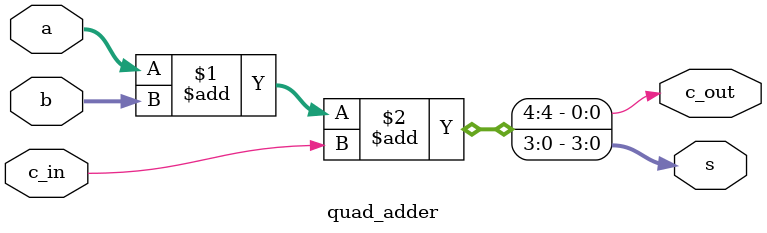
<source format=v>
module d_flip_flop (q,d,clk);
  
  output reg q;
  input d, clk;
  
  always @ (posedge clk) begin
    q <= d;
  end
  
endmodule

//Tri state buffer
//q = d when OE is low
module tri_buffer (q,d,OE);
  
  output q;
  input d, OE;

  assign q = (OE) ? 1'bZ : d;
    
endmodule

//Inverting tri state buffer
//q = ~d when OE is low
module inv_tri_buffer (q,d,OE);
  
  output q;
  input d, OE;

  assign q = (OE) ? 1'bZ : ~d;
    
endmodule


//Octal D-Type Flip Flop
//74LS574
//q = d when CP goes low to high
//output is q when OE is low (otherwise Z)
module octal_d_flip_flop (q,d,OE,CP);
  
  output wire [7:0] q;
  wire [7:0] q_mid;
  input [7:0] d;
  input OE, CP;
  
  d_flip_flop dff0 (q_mid[0], d[0], CP);
  d_flip_flop dff1 (q_mid[1], d[1], CP);
  d_flip_flop dff2 (q_mid[2], d[2], CP);
  d_flip_flop dff3 (q_mid[3], d[3], CP);
  d_flip_flop dff4 (q_mid[4], d[4], CP);
  d_flip_flop dff5 (q_mid[5], d[5], CP);
  d_flip_flop dff6 (q_mid[6], d[6], CP);
  d_flip_flop dff7 (q_mid[7], d[7], CP);
  
  tri_buffer tr0 (q[0], q_mid[0], OE);
  tri_buffer tr1 (q[1], q_mid[1], OE);
  tri_buffer tr2 (q[2], q_mid[2], OE);
  tri_buffer tr3 (q[3], q_mid[3], OE);
  tri_buffer tr4 (q[4], q_mid[4], OE);
  tri_buffer tr5 (q[5], q_mid[5], OE);
  tri_buffer tr6 (q[6], q_mid[6], OE);
  tri_buffer tr7 (q[7], q_mid[7], OE);
  
endmodule

//Octal Tri State Buffer
//74LS541
module octal_buffer (q,d,OE);
  
  output wire [7:0] q;
  input [7:0] d;
  input OE;
  
  tri_buffer tr0 (q[0], d[0], OE);
  tri_buffer tr1 (q[1], d[1], OE);
  tri_buffer tr2 (q[2], d[2], OE);
  tri_buffer tr3 (q[3], d[3], OE);
  tri_buffer tr4 (q[4], d[4], OE);
  tri_buffer tr5 (q[5], d[5], OE);
  tri_buffer tr6 (q[6], d[6], OE);
  tri_buffer tr7 (q[7], d[7], OE);
  
endmodule

//Octal Inverting Tri State Buffer
//74LS541
module octal_inv_buffer (q,d,OE);
  
  output wire [7:0] q;
  input [7:0] d;
  input OE;
  
  inv_tri_buffer tr0 (q[0], d[0], OE);
  inv_tri_buffer tr1 (q[1], d[1], OE);
  inv_tri_buffer tr2 (q[2], d[2], OE);
  inv_tri_buffer tr3 (q[3], d[3], OE);
  inv_tri_buffer tr4 (q[4], d[4], OE);
  inv_tri_buffer tr5 (q[5], d[5], OE);
  inv_tri_buffer tr6 (q[6], d[6], OE);
  inv_tri_buffer tr7 (q[7], d[7], OE);
  
endmodule

//4 bit adder
//74LS83
module quad_adder (s,a,b,c_in,c_out);
  
  output wire [3:0] s;
  output c_out;
  
  input [3:0] a, b;
  input c_in;
  
  assign {c_out, s} = (a + b + c_in);
  
endmodule
</source>
